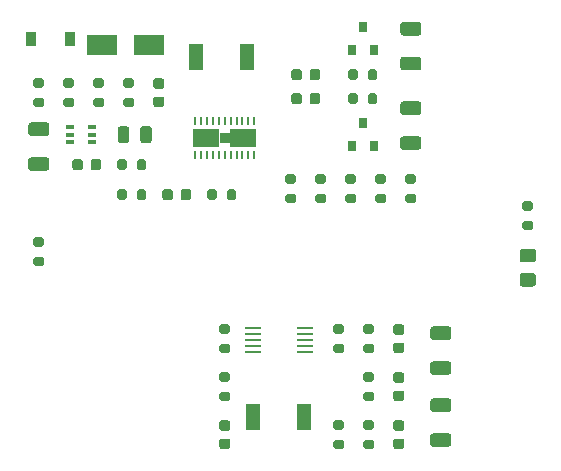
<source format=gtp>
G04 #@! TF.GenerationSoftware,KiCad,Pcbnew,(5.1.10)-1*
G04 #@! TF.CreationDate,2021-11-05T15:58:08+01:00*
G04 #@! TF.ProjectId,pcb-esp32-power,7063622d-6573-4703-9332-2d706f776572,rev?*
G04 #@! TF.SameCoordinates,Original*
G04 #@! TF.FileFunction,Paste,Top*
G04 #@! TF.FilePolarity,Positive*
%FSLAX46Y46*%
G04 Gerber Fmt 4.6, Leading zero omitted, Abs format (unit mm)*
G04 Created by KiCad (PCBNEW (5.1.10)-1) date 2021-11-05 15:58:08*
%MOMM*%
%LPD*%
G01*
G04 APERTURE LIST*
%ADD10R,1.397000X0.279400*%
%ADD11R,0.900000X1.200000*%
%ADD12R,0.250000X0.700000*%
%ADD13R,2.225000X1.650000*%
%ADD14R,0.865000X0.889000*%
%ADD15R,0.650000X0.400000*%
%ADD16R,0.800000X0.900000*%
%ADD17R,2.500000X1.800000*%
%ADD18R,1.200000X2.300000*%
G04 APERTURE END LIST*
D10*
X158140400Y-115458240D03*
X158140400Y-115958619D03*
X158140400Y-116459000D03*
X158140400Y-116959381D03*
X158140400Y-117459760D03*
X153771600Y-117459760D03*
X153771600Y-116959381D03*
X153771600Y-116459000D03*
X153771600Y-115958619D03*
X153771600Y-115458240D03*
G36*
G01*
X177488001Y-111922000D02*
X176587999Y-111922000D01*
G75*
G02*
X176338000Y-111672001I0J249999D01*
G01*
X176338000Y-111021999D01*
G75*
G02*
X176587999Y-110772000I249999J0D01*
G01*
X177488001Y-110772000D01*
G75*
G02*
X177738000Y-111021999I0J-249999D01*
G01*
X177738000Y-111672001D01*
G75*
G02*
X177488001Y-111922000I-249999J0D01*
G01*
G37*
G36*
G01*
X177488001Y-109872000D02*
X176587999Y-109872000D01*
G75*
G02*
X176338000Y-109622001I0J249999D01*
G01*
X176338000Y-108971999D01*
G75*
G02*
X176587999Y-108722000I249999J0D01*
G01*
X177488001Y-108722000D01*
G75*
G02*
X177738000Y-108971999I0J-249999D01*
G01*
X177738000Y-109622001D01*
G75*
G02*
X177488001Y-109872000I-249999J0D01*
G01*
G37*
D11*
X135002000Y-90932000D03*
X138302000Y-90932000D03*
D12*
X148884000Y-100764000D03*
X149384000Y-100764000D03*
X149884000Y-100764000D03*
X150384000Y-100764000D03*
X150884000Y-100764000D03*
X151384000Y-100764000D03*
X151884000Y-100764000D03*
X152384000Y-100764000D03*
X152884000Y-100764000D03*
X153384000Y-100764000D03*
X153884000Y-100764000D03*
X153884000Y-97864000D03*
X153384000Y-97864000D03*
X152884000Y-97864000D03*
X152384000Y-97864000D03*
X151884000Y-97864000D03*
X151384000Y-97864000D03*
X150884000Y-97864000D03*
X150384000Y-97864000D03*
X149884000Y-97864000D03*
X149384000Y-97864000D03*
X148884000Y-97864000D03*
D13*
X149834000Y-99314000D03*
D14*
X151384000Y-99314000D03*
D13*
X152934000Y-99314000D03*
D15*
X138242000Y-98410000D03*
X138242000Y-99710000D03*
X140142000Y-99060000D03*
X138242000Y-99060000D03*
X140142000Y-99710000D03*
X140142000Y-98410000D03*
D16*
X162118000Y-91932000D03*
X164018000Y-91932000D03*
X163068000Y-89932000D03*
X163068000Y-98060000D03*
X164018000Y-100060000D03*
X162118000Y-100060000D03*
D17*
X145002000Y-91440000D03*
X141002000Y-91440000D03*
G36*
G01*
X165866000Y-120721000D02*
X166366000Y-120721000D01*
G75*
G02*
X166591000Y-120946000I0J-225000D01*
G01*
X166591000Y-121396000D01*
G75*
G02*
X166366000Y-121621000I-225000J0D01*
G01*
X165866000Y-121621000D01*
G75*
G02*
X165641000Y-121396000I0J225000D01*
G01*
X165641000Y-120946000D01*
G75*
G02*
X165866000Y-120721000I225000J0D01*
G01*
G37*
G36*
G01*
X165866000Y-119171000D02*
X166366000Y-119171000D01*
G75*
G02*
X166591000Y-119396000I0J-225000D01*
G01*
X166591000Y-119846000D01*
G75*
G02*
X166366000Y-120071000I-225000J0D01*
G01*
X165866000Y-120071000D01*
G75*
G02*
X165641000Y-119846000I0J225000D01*
G01*
X165641000Y-119396000D01*
G75*
G02*
X165866000Y-119171000I225000J0D01*
G01*
G37*
G36*
G01*
X151134000Y-123235000D02*
X151634000Y-123235000D01*
G75*
G02*
X151859000Y-123460000I0J-225000D01*
G01*
X151859000Y-123910000D01*
G75*
G02*
X151634000Y-124135000I-225000J0D01*
G01*
X151134000Y-124135000D01*
G75*
G02*
X150909000Y-123910000I0J225000D01*
G01*
X150909000Y-123460000D01*
G75*
G02*
X151134000Y-123235000I225000J0D01*
G01*
G37*
G36*
G01*
X151134000Y-124785000D02*
X151634000Y-124785000D01*
G75*
G02*
X151859000Y-125010000I0J-225000D01*
G01*
X151859000Y-125460000D01*
G75*
G02*
X151634000Y-125685000I-225000J0D01*
G01*
X151134000Y-125685000D01*
G75*
G02*
X150909000Y-125460000I0J225000D01*
G01*
X150909000Y-125010000D01*
G75*
G02*
X151134000Y-124785000I225000J0D01*
G01*
G37*
G36*
G01*
X166366000Y-116007000D02*
X165866000Y-116007000D01*
G75*
G02*
X165641000Y-115782000I0J225000D01*
G01*
X165641000Y-115332000D01*
G75*
G02*
X165866000Y-115107000I225000J0D01*
G01*
X166366000Y-115107000D01*
G75*
G02*
X166591000Y-115332000I0J-225000D01*
G01*
X166591000Y-115782000D01*
G75*
G02*
X166366000Y-116007000I-225000J0D01*
G01*
G37*
G36*
G01*
X166366000Y-117557000D02*
X165866000Y-117557000D01*
G75*
G02*
X165641000Y-117332000I0J225000D01*
G01*
X165641000Y-116882000D01*
G75*
G02*
X165866000Y-116657000I225000J0D01*
G01*
X166366000Y-116657000D01*
G75*
G02*
X166591000Y-116882000I0J-225000D01*
G01*
X166591000Y-117332000D01*
G75*
G02*
X166366000Y-117557000I-225000J0D01*
G01*
G37*
G36*
G01*
X166366000Y-125685000D02*
X165866000Y-125685000D01*
G75*
G02*
X165641000Y-125460000I0J225000D01*
G01*
X165641000Y-125010000D01*
G75*
G02*
X165866000Y-124785000I225000J0D01*
G01*
X166366000Y-124785000D01*
G75*
G02*
X166591000Y-125010000I0J-225000D01*
G01*
X166591000Y-125460000D01*
G75*
G02*
X166366000Y-125685000I-225000J0D01*
G01*
G37*
G36*
G01*
X166366000Y-124135000D02*
X165866000Y-124135000D01*
G75*
G02*
X165641000Y-123910000I0J225000D01*
G01*
X165641000Y-123460000D01*
G75*
G02*
X165866000Y-123235000I225000J0D01*
G01*
X166366000Y-123235000D01*
G75*
G02*
X166591000Y-123460000I0J-225000D01*
G01*
X166591000Y-123910000D01*
G75*
G02*
X166366000Y-124135000I-225000J0D01*
G01*
G37*
G36*
G01*
X148545000Y-103890000D02*
X148545000Y-104390000D01*
G75*
G02*
X148320000Y-104615000I-225000J0D01*
G01*
X147870000Y-104615000D01*
G75*
G02*
X147645000Y-104390000I0J225000D01*
G01*
X147645000Y-103890000D01*
G75*
G02*
X147870000Y-103665000I225000J0D01*
G01*
X148320000Y-103665000D01*
G75*
G02*
X148545000Y-103890000I0J-225000D01*
G01*
G37*
G36*
G01*
X146995000Y-103890000D02*
X146995000Y-104390000D01*
G75*
G02*
X146770000Y-104615000I-225000J0D01*
G01*
X146320000Y-104615000D01*
G75*
G02*
X146095000Y-104390000I0J225000D01*
G01*
X146095000Y-103890000D01*
G75*
G02*
X146320000Y-103665000I225000J0D01*
G01*
X146770000Y-103665000D01*
G75*
G02*
X146995000Y-103890000I0J-225000D01*
G01*
G37*
G36*
G01*
X134985999Y-100976000D02*
X136286001Y-100976000D01*
G75*
G02*
X136536000Y-101225999I0J-249999D01*
G01*
X136536000Y-101876001D01*
G75*
G02*
X136286001Y-102126000I-249999J0D01*
G01*
X134985999Y-102126000D01*
G75*
G02*
X134736000Y-101876001I0J249999D01*
G01*
X134736000Y-101225999D01*
G75*
G02*
X134985999Y-100976000I249999J0D01*
G01*
G37*
G36*
G01*
X134985999Y-98026000D02*
X136286001Y-98026000D01*
G75*
G02*
X136536000Y-98275999I0J-249999D01*
G01*
X136536000Y-98926001D01*
G75*
G02*
X136286001Y-99176000I-249999J0D01*
G01*
X134985999Y-99176000D01*
G75*
G02*
X134736000Y-98926001I0J249999D01*
G01*
X134736000Y-98275999D01*
G75*
G02*
X134985999Y-98026000I249999J0D01*
G01*
G37*
G36*
G01*
X145214000Y-98585000D02*
X145214000Y-99535000D01*
G75*
G02*
X144964000Y-99785000I-250000J0D01*
G01*
X144464000Y-99785000D01*
G75*
G02*
X144214000Y-99535000I0J250000D01*
G01*
X144214000Y-98585000D01*
G75*
G02*
X144464000Y-98335000I250000J0D01*
G01*
X144964000Y-98335000D01*
G75*
G02*
X145214000Y-98585000I0J-250000D01*
G01*
G37*
G36*
G01*
X143314000Y-98585000D02*
X143314000Y-99535000D01*
G75*
G02*
X143064000Y-99785000I-250000J0D01*
G01*
X142564000Y-99785000D01*
G75*
G02*
X142314000Y-99535000I0J250000D01*
G01*
X142314000Y-98585000D01*
G75*
G02*
X142564000Y-98335000I250000J0D01*
G01*
X143064000Y-98335000D01*
G75*
G02*
X143314000Y-98585000I0J-250000D01*
G01*
G37*
G36*
G01*
X140925000Y-101350000D02*
X140925000Y-101850000D01*
G75*
G02*
X140700000Y-102075000I-225000J0D01*
G01*
X140250000Y-102075000D01*
G75*
G02*
X140025000Y-101850000I0J225000D01*
G01*
X140025000Y-101350000D01*
G75*
G02*
X140250000Y-101125000I225000J0D01*
G01*
X140700000Y-101125000D01*
G75*
G02*
X140925000Y-101350000I0J-225000D01*
G01*
G37*
G36*
G01*
X139375000Y-101350000D02*
X139375000Y-101850000D01*
G75*
G02*
X139150000Y-102075000I-225000J0D01*
G01*
X138700000Y-102075000D01*
G75*
G02*
X138475000Y-101850000I0J225000D01*
G01*
X138475000Y-101350000D01*
G75*
G02*
X138700000Y-101125000I225000J0D01*
G01*
X139150000Y-101125000D01*
G75*
G02*
X139375000Y-101350000I0J-225000D01*
G01*
G37*
G36*
G01*
X157017000Y-96262000D02*
X157017000Y-95762000D01*
G75*
G02*
X157242000Y-95537000I225000J0D01*
G01*
X157692000Y-95537000D01*
G75*
G02*
X157917000Y-95762000I0J-225000D01*
G01*
X157917000Y-96262000D01*
G75*
G02*
X157692000Y-96487000I-225000J0D01*
G01*
X157242000Y-96487000D01*
G75*
G02*
X157017000Y-96262000I0J225000D01*
G01*
G37*
G36*
G01*
X158567000Y-96262000D02*
X158567000Y-95762000D01*
G75*
G02*
X158792000Y-95537000I225000J0D01*
G01*
X159242000Y-95537000D01*
G75*
G02*
X159467000Y-95762000I0J-225000D01*
G01*
X159467000Y-96262000D01*
G75*
G02*
X159242000Y-96487000I-225000J0D01*
G01*
X158792000Y-96487000D01*
G75*
G02*
X158567000Y-96262000I0J225000D01*
G01*
G37*
G36*
G01*
X146046000Y-95179000D02*
X145546000Y-95179000D01*
G75*
G02*
X145321000Y-94954000I0J225000D01*
G01*
X145321000Y-94504000D01*
G75*
G02*
X145546000Y-94279000I225000J0D01*
G01*
X146046000Y-94279000D01*
G75*
G02*
X146271000Y-94504000I0J-225000D01*
G01*
X146271000Y-94954000D01*
G75*
G02*
X146046000Y-95179000I-225000J0D01*
G01*
G37*
G36*
G01*
X146046000Y-96729000D02*
X145546000Y-96729000D01*
G75*
G02*
X145321000Y-96504000I0J225000D01*
G01*
X145321000Y-96054000D01*
G75*
G02*
X145546000Y-95829000I225000J0D01*
G01*
X146046000Y-95829000D01*
G75*
G02*
X146271000Y-96054000I0J-225000D01*
G01*
X146271000Y-96504000D01*
G75*
G02*
X146046000Y-96729000I-225000J0D01*
G01*
G37*
G36*
G01*
X159467000Y-93730000D02*
X159467000Y-94230000D01*
G75*
G02*
X159242000Y-94455000I-225000J0D01*
G01*
X158792000Y-94455000D01*
G75*
G02*
X158567000Y-94230000I0J225000D01*
G01*
X158567000Y-93730000D01*
G75*
G02*
X158792000Y-93505000I225000J0D01*
G01*
X159242000Y-93505000D01*
G75*
G02*
X159467000Y-93730000I0J-225000D01*
G01*
G37*
G36*
G01*
X157917000Y-93730000D02*
X157917000Y-94230000D01*
G75*
G02*
X157692000Y-94455000I-225000J0D01*
G01*
X157242000Y-94455000D01*
G75*
G02*
X157017000Y-94230000I0J225000D01*
G01*
X157017000Y-93730000D01*
G75*
G02*
X157242000Y-93505000I225000J0D01*
G01*
X157692000Y-93505000D01*
G75*
G02*
X157917000Y-93730000I0J-225000D01*
G01*
G37*
G36*
G01*
X167782001Y-93617000D02*
X166481999Y-93617000D01*
G75*
G02*
X166232000Y-93367001I0J249999D01*
G01*
X166232000Y-92716999D01*
G75*
G02*
X166481999Y-92467000I249999J0D01*
G01*
X167782001Y-92467000D01*
G75*
G02*
X168032000Y-92716999I0J-249999D01*
G01*
X168032000Y-93367001D01*
G75*
G02*
X167782001Y-93617000I-249999J0D01*
G01*
G37*
G36*
G01*
X167782001Y-90667000D02*
X166481999Y-90667000D01*
G75*
G02*
X166232000Y-90417001I0J249999D01*
G01*
X166232000Y-89766999D01*
G75*
G02*
X166481999Y-89517000I249999J0D01*
G01*
X167782001Y-89517000D01*
G75*
G02*
X168032000Y-89766999I0J-249999D01*
G01*
X168032000Y-90417001D01*
G75*
G02*
X167782001Y-90667000I-249999J0D01*
G01*
G37*
G36*
G01*
X164317000Y-102407000D02*
X164867000Y-102407000D01*
G75*
G02*
X165067000Y-102607000I0J-200000D01*
G01*
X165067000Y-103007000D01*
G75*
G02*
X164867000Y-103207000I-200000J0D01*
G01*
X164317000Y-103207000D01*
G75*
G02*
X164117000Y-103007000I0J200000D01*
G01*
X164117000Y-102607000D01*
G75*
G02*
X164317000Y-102407000I200000J0D01*
G01*
G37*
G36*
G01*
X164317000Y-104057000D02*
X164867000Y-104057000D01*
G75*
G02*
X165067000Y-104257000I0J-200000D01*
G01*
X165067000Y-104657000D01*
G75*
G02*
X164867000Y-104857000I-200000J0D01*
G01*
X164317000Y-104857000D01*
G75*
G02*
X164117000Y-104657000I0J200000D01*
G01*
X164117000Y-104257000D01*
G75*
G02*
X164317000Y-104057000I200000J0D01*
G01*
G37*
G36*
G01*
X167407000Y-104857000D02*
X166857000Y-104857000D01*
G75*
G02*
X166657000Y-104657000I0J200000D01*
G01*
X166657000Y-104257000D01*
G75*
G02*
X166857000Y-104057000I200000J0D01*
G01*
X167407000Y-104057000D01*
G75*
G02*
X167607000Y-104257000I0J-200000D01*
G01*
X167607000Y-104657000D01*
G75*
G02*
X167407000Y-104857000I-200000J0D01*
G01*
G37*
G36*
G01*
X167407000Y-103207000D02*
X166857000Y-103207000D01*
G75*
G02*
X166657000Y-103007000I0J200000D01*
G01*
X166657000Y-102607000D01*
G75*
G02*
X166857000Y-102407000I200000J0D01*
G01*
X167407000Y-102407000D01*
G75*
G02*
X167607000Y-102607000I0J-200000D01*
G01*
X167607000Y-103007000D01*
G75*
G02*
X167407000Y-103207000I-200000J0D01*
G01*
G37*
G36*
G01*
X159237000Y-102407000D02*
X159787000Y-102407000D01*
G75*
G02*
X159987000Y-102607000I0J-200000D01*
G01*
X159987000Y-103007000D01*
G75*
G02*
X159787000Y-103207000I-200000J0D01*
G01*
X159237000Y-103207000D01*
G75*
G02*
X159037000Y-103007000I0J200000D01*
G01*
X159037000Y-102607000D01*
G75*
G02*
X159237000Y-102407000I200000J0D01*
G01*
G37*
G36*
G01*
X159237000Y-104057000D02*
X159787000Y-104057000D01*
G75*
G02*
X159987000Y-104257000I0J-200000D01*
G01*
X159987000Y-104657000D01*
G75*
G02*
X159787000Y-104857000I-200000J0D01*
G01*
X159237000Y-104857000D01*
G75*
G02*
X159037000Y-104657000I0J200000D01*
G01*
X159037000Y-104257000D01*
G75*
G02*
X159237000Y-104057000I200000J0D01*
G01*
G37*
G36*
G01*
X162327000Y-103207000D02*
X161777000Y-103207000D01*
G75*
G02*
X161577000Y-103007000I0J200000D01*
G01*
X161577000Y-102607000D01*
G75*
G02*
X161777000Y-102407000I200000J0D01*
G01*
X162327000Y-102407000D01*
G75*
G02*
X162527000Y-102607000I0J-200000D01*
G01*
X162527000Y-103007000D01*
G75*
G02*
X162327000Y-103207000I-200000J0D01*
G01*
G37*
G36*
G01*
X162327000Y-104857000D02*
X161777000Y-104857000D01*
G75*
G02*
X161577000Y-104657000I0J200000D01*
G01*
X161577000Y-104257000D01*
G75*
G02*
X161777000Y-104057000I200000J0D01*
G01*
X162327000Y-104057000D01*
G75*
G02*
X162527000Y-104257000I0J-200000D01*
G01*
X162527000Y-104657000D01*
G75*
G02*
X162327000Y-104857000I-200000J0D01*
G01*
G37*
G36*
G01*
X135361000Y-107741000D02*
X135911000Y-107741000D01*
G75*
G02*
X136111000Y-107941000I0J-200000D01*
G01*
X136111000Y-108341000D01*
G75*
G02*
X135911000Y-108541000I-200000J0D01*
G01*
X135361000Y-108541000D01*
G75*
G02*
X135161000Y-108341000I0J200000D01*
G01*
X135161000Y-107941000D01*
G75*
G02*
X135361000Y-107741000I200000J0D01*
G01*
G37*
G36*
G01*
X135361000Y-109391000D02*
X135911000Y-109391000D01*
G75*
G02*
X136111000Y-109591000I0J-200000D01*
G01*
X136111000Y-109991000D01*
G75*
G02*
X135911000Y-110191000I-200000J0D01*
G01*
X135361000Y-110191000D01*
G75*
G02*
X135161000Y-109991000I0J200000D01*
G01*
X135161000Y-109591000D01*
G75*
G02*
X135361000Y-109391000I200000J0D01*
G01*
G37*
G36*
G01*
X163851000Y-119971000D02*
X163301000Y-119971000D01*
G75*
G02*
X163101000Y-119771000I0J200000D01*
G01*
X163101000Y-119371000D01*
G75*
G02*
X163301000Y-119171000I200000J0D01*
G01*
X163851000Y-119171000D01*
G75*
G02*
X164051000Y-119371000I0J-200000D01*
G01*
X164051000Y-119771000D01*
G75*
G02*
X163851000Y-119971000I-200000J0D01*
G01*
G37*
G36*
G01*
X163851000Y-121621000D02*
X163301000Y-121621000D01*
G75*
G02*
X163101000Y-121421000I0J200000D01*
G01*
X163101000Y-121021000D01*
G75*
G02*
X163301000Y-120821000I200000J0D01*
G01*
X163851000Y-120821000D01*
G75*
G02*
X164051000Y-121021000I0J-200000D01*
G01*
X164051000Y-121421000D01*
G75*
G02*
X163851000Y-121621000I-200000J0D01*
G01*
G37*
G36*
G01*
X151109000Y-116757000D02*
X151659000Y-116757000D01*
G75*
G02*
X151859000Y-116957000I0J-200000D01*
G01*
X151859000Y-117357000D01*
G75*
G02*
X151659000Y-117557000I-200000J0D01*
G01*
X151109000Y-117557000D01*
G75*
G02*
X150909000Y-117357000I0J200000D01*
G01*
X150909000Y-116957000D01*
G75*
G02*
X151109000Y-116757000I200000J0D01*
G01*
G37*
G36*
G01*
X151109000Y-115107000D02*
X151659000Y-115107000D01*
G75*
G02*
X151859000Y-115307000I0J-200000D01*
G01*
X151859000Y-115707000D01*
G75*
G02*
X151659000Y-115907000I-200000J0D01*
G01*
X151109000Y-115907000D01*
G75*
G02*
X150909000Y-115707000I0J200000D01*
G01*
X150909000Y-115307000D01*
G75*
G02*
X151109000Y-115107000I200000J0D01*
G01*
G37*
G36*
G01*
X151659000Y-121621000D02*
X151109000Y-121621000D01*
G75*
G02*
X150909000Y-121421000I0J200000D01*
G01*
X150909000Y-121021000D01*
G75*
G02*
X151109000Y-120821000I200000J0D01*
G01*
X151659000Y-120821000D01*
G75*
G02*
X151859000Y-121021000I0J-200000D01*
G01*
X151859000Y-121421000D01*
G75*
G02*
X151659000Y-121621000I-200000J0D01*
G01*
G37*
G36*
G01*
X151659000Y-119971000D02*
X151109000Y-119971000D01*
G75*
G02*
X150909000Y-119771000I0J200000D01*
G01*
X150909000Y-119371000D01*
G75*
G02*
X151109000Y-119171000I200000J0D01*
G01*
X151659000Y-119171000D01*
G75*
G02*
X151859000Y-119371000I0J-200000D01*
G01*
X151859000Y-119771000D01*
G75*
G02*
X151659000Y-119971000I-200000J0D01*
G01*
G37*
G36*
G01*
X160761000Y-116757000D02*
X161311000Y-116757000D01*
G75*
G02*
X161511000Y-116957000I0J-200000D01*
G01*
X161511000Y-117357000D01*
G75*
G02*
X161311000Y-117557000I-200000J0D01*
G01*
X160761000Y-117557000D01*
G75*
G02*
X160561000Y-117357000I0J200000D01*
G01*
X160561000Y-116957000D01*
G75*
G02*
X160761000Y-116757000I200000J0D01*
G01*
G37*
G36*
G01*
X160761000Y-115107000D02*
X161311000Y-115107000D01*
G75*
G02*
X161511000Y-115307000I0J-200000D01*
G01*
X161511000Y-115707000D01*
G75*
G02*
X161311000Y-115907000I-200000J0D01*
G01*
X160761000Y-115907000D01*
G75*
G02*
X160561000Y-115707000I0J200000D01*
G01*
X160561000Y-115307000D01*
G75*
G02*
X160761000Y-115107000I200000J0D01*
G01*
G37*
G36*
G01*
X160761000Y-124885000D02*
X161311000Y-124885000D01*
G75*
G02*
X161511000Y-125085000I0J-200000D01*
G01*
X161511000Y-125485000D01*
G75*
G02*
X161311000Y-125685000I-200000J0D01*
G01*
X160761000Y-125685000D01*
G75*
G02*
X160561000Y-125485000I0J200000D01*
G01*
X160561000Y-125085000D01*
G75*
G02*
X160761000Y-124885000I200000J0D01*
G01*
G37*
G36*
G01*
X160761000Y-123235000D02*
X161311000Y-123235000D01*
G75*
G02*
X161511000Y-123435000I0J-200000D01*
G01*
X161511000Y-123835000D01*
G75*
G02*
X161311000Y-124035000I-200000J0D01*
G01*
X160761000Y-124035000D01*
G75*
G02*
X160561000Y-123835000I0J200000D01*
G01*
X160561000Y-123435000D01*
G75*
G02*
X160761000Y-123235000I200000J0D01*
G01*
G37*
G36*
G01*
X163851000Y-117557000D02*
X163301000Y-117557000D01*
G75*
G02*
X163101000Y-117357000I0J200000D01*
G01*
X163101000Y-116957000D01*
G75*
G02*
X163301000Y-116757000I200000J0D01*
G01*
X163851000Y-116757000D01*
G75*
G02*
X164051000Y-116957000I0J-200000D01*
G01*
X164051000Y-117357000D01*
G75*
G02*
X163851000Y-117557000I-200000J0D01*
G01*
G37*
G36*
G01*
X163851000Y-115907000D02*
X163301000Y-115907000D01*
G75*
G02*
X163101000Y-115707000I0J200000D01*
G01*
X163101000Y-115307000D01*
G75*
G02*
X163301000Y-115107000I200000J0D01*
G01*
X163851000Y-115107000D01*
G75*
G02*
X164051000Y-115307000I0J-200000D01*
G01*
X164051000Y-115707000D01*
G75*
G02*
X163851000Y-115907000I-200000J0D01*
G01*
G37*
G36*
G01*
X163301000Y-124885000D02*
X163851000Y-124885000D01*
G75*
G02*
X164051000Y-125085000I0J-200000D01*
G01*
X164051000Y-125485000D01*
G75*
G02*
X163851000Y-125685000I-200000J0D01*
G01*
X163301000Y-125685000D01*
G75*
G02*
X163101000Y-125485000I0J200000D01*
G01*
X163101000Y-125085000D01*
G75*
G02*
X163301000Y-124885000I200000J0D01*
G01*
G37*
G36*
G01*
X163301000Y-123235000D02*
X163851000Y-123235000D01*
G75*
G02*
X164051000Y-123435000I0J-200000D01*
G01*
X164051000Y-123835000D01*
G75*
G02*
X163851000Y-124035000I-200000J0D01*
G01*
X163301000Y-124035000D01*
G75*
G02*
X163101000Y-123835000I0J200000D01*
G01*
X163101000Y-123435000D01*
G75*
G02*
X163301000Y-123235000I200000J0D01*
G01*
G37*
G36*
G01*
X176763000Y-104693000D02*
X177313000Y-104693000D01*
G75*
G02*
X177513000Y-104893000I0J-200000D01*
G01*
X177513000Y-105293000D01*
G75*
G02*
X177313000Y-105493000I-200000J0D01*
G01*
X176763000Y-105493000D01*
G75*
G02*
X176563000Y-105293000I0J200000D01*
G01*
X176563000Y-104893000D01*
G75*
G02*
X176763000Y-104693000I200000J0D01*
G01*
G37*
G36*
G01*
X176763000Y-106343000D02*
X177313000Y-106343000D01*
G75*
G02*
X177513000Y-106543000I0J-200000D01*
G01*
X177513000Y-106943000D01*
G75*
G02*
X177313000Y-107143000I-200000J0D01*
G01*
X176763000Y-107143000D01*
G75*
G02*
X176563000Y-106943000I0J200000D01*
G01*
X176563000Y-106543000D01*
G75*
G02*
X176763000Y-106343000I200000J0D01*
G01*
G37*
G36*
G01*
X140441000Y-94279000D02*
X140991000Y-94279000D01*
G75*
G02*
X141191000Y-94479000I0J-200000D01*
G01*
X141191000Y-94879000D01*
G75*
G02*
X140991000Y-95079000I-200000J0D01*
G01*
X140441000Y-95079000D01*
G75*
G02*
X140241000Y-94879000I0J200000D01*
G01*
X140241000Y-94479000D01*
G75*
G02*
X140441000Y-94279000I200000J0D01*
G01*
G37*
G36*
G01*
X140441000Y-95929000D02*
X140991000Y-95929000D01*
G75*
G02*
X141191000Y-96129000I0J-200000D01*
G01*
X141191000Y-96529000D01*
G75*
G02*
X140991000Y-96729000I-200000J0D01*
G01*
X140441000Y-96729000D01*
G75*
G02*
X140241000Y-96529000I0J200000D01*
G01*
X140241000Y-96129000D01*
G75*
G02*
X140441000Y-95929000I200000J0D01*
G01*
G37*
G36*
G01*
X137901000Y-95929000D02*
X138451000Y-95929000D01*
G75*
G02*
X138651000Y-96129000I0J-200000D01*
G01*
X138651000Y-96529000D01*
G75*
G02*
X138451000Y-96729000I-200000J0D01*
G01*
X137901000Y-96729000D01*
G75*
G02*
X137701000Y-96529000I0J200000D01*
G01*
X137701000Y-96129000D01*
G75*
G02*
X137901000Y-95929000I200000J0D01*
G01*
G37*
G36*
G01*
X137901000Y-94279000D02*
X138451000Y-94279000D01*
G75*
G02*
X138651000Y-94479000I0J-200000D01*
G01*
X138651000Y-94879000D01*
G75*
G02*
X138451000Y-95079000I-200000J0D01*
G01*
X137901000Y-95079000D01*
G75*
G02*
X137701000Y-94879000I0J200000D01*
G01*
X137701000Y-94479000D01*
G75*
G02*
X137901000Y-94279000I200000J0D01*
G01*
G37*
G36*
G01*
X135361000Y-94279000D02*
X135911000Y-94279000D01*
G75*
G02*
X136111000Y-94479000I0J-200000D01*
G01*
X136111000Y-94879000D01*
G75*
G02*
X135911000Y-95079000I-200000J0D01*
G01*
X135361000Y-95079000D01*
G75*
G02*
X135161000Y-94879000I0J200000D01*
G01*
X135161000Y-94479000D01*
G75*
G02*
X135361000Y-94279000I200000J0D01*
G01*
G37*
G36*
G01*
X135361000Y-95929000D02*
X135911000Y-95929000D01*
G75*
G02*
X136111000Y-96129000I0J-200000D01*
G01*
X136111000Y-96529000D01*
G75*
G02*
X135911000Y-96729000I-200000J0D01*
G01*
X135361000Y-96729000D01*
G75*
G02*
X135161000Y-96529000I0J200000D01*
G01*
X135161000Y-96129000D01*
G75*
G02*
X135361000Y-95929000I200000J0D01*
G01*
G37*
G36*
G01*
X142981000Y-95929000D02*
X143531000Y-95929000D01*
G75*
G02*
X143731000Y-96129000I0J-200000D01*
G01*
X143731000Y-96529000D01*
G75*
G02*
X143531000Y-96729000I-200000J0D01*
G01*
X142981000Y-96729000D01*
G75*
G02*
X142781000Y-96529000I0J200000D01*
G01*
X142781000Y-96129000D01*
G75*
G02*
X142981000Y-95929000I200000J0D01*
G01*
G37*
G36*
G01*
X142981000Y-94279000D02*
X143531000Y-94279000D01*
G75*
G02*
X143731000Y-94479000I0J-200000D01*
G01*
X143731000Y-94879000D01*
G75*
G02*
X143531000Y-95079000I-200000J0D01*
G01*
X142981000Y-95079000D01*
G75*
G02*
X142781000Y-94879000I0J200000D01*
G01*
X142781000Y-94479000D01*
G75*
G02*
X142981000Y-94279000I200000J0D01*
G01*
G37*
G36*
G01*
X143085000Y-103865000D02*
X143085000Y-104415000D01*
G75*
G02*
X142885000Y-104615000I-200000J0D01*
G01*
X142485000Y-104615000D01*
G75*
G02*
X142285000Y-104415000I0J200000D01*
G01*
X142285000Y-103865000D01*
G75*
G02*
X142485000Y-103665000I200000J0D01*
G01*
X142885000Y-103665000D01*
G75*
G02*
X143085000Y-103865000I0J-200000D01*
G01*
G37*
G36*
G01*
X144735000Y-103865000D02*
X144735000Y-104415000D01*
G75*
G02*
X144535000Y-104615000I-200000J0D01*
G01*
X144135000Y-104615000D01*
G75*
G02*
X143935000Y-104415000I0J200000D01*
G01*
X143935000Y-103865000D01*
G75*
G02*
X144135000Y-103665000I200000J0D01*
G01*
X144535000Y-103665000D01*
G75*
G02*
X144735000Y-103865000I0J-200000D01*
G01*
G37*
G36*
G01*
X157247000Y-103207000D02*
X156697000Y-103207000D01*
G75*
G02*
X156497000Y-103007000I0J200000D01*
G01*
X156497000Y-102607000D01*
G75*
G02*
X156697000Y-102407000I200000J0D01*
G01*
X157247000Y-102407000D01*
G75*
G02*
X157447000Y-102607000I0J-200000D01*
G01*
X157447000Y-103007000D01*
G75*
G02*
X157247000Y-103207000I-200000J0D01*
G01*
G37*
G36*
G01*
X157247000Y-104857000D02*
X156697000Y-104857000D01*
G75*
G02*
X156497000Y-104657000I0J200000D01*
G01*
X156497000Y-104257000D01*
G75*
G02*
X156697000Y-104057000I200000J0D01*
G01*
X157247000Y-104057000D01*
G75*
G02*
X157447000Y-104257000I0J-200000D01*
G01*
X157447000Y-104657000D01*
G75*
G02*
X157247000Y-104857000I-200000J0D01*
G01*
G37*
G36*
G01*
X144735000Y-101325000D02*
X144735000Y-101875000D01*
G75*
G02*
X144535000Y-102075000I-200000J0D01*
G01*
X144135000Y-102075000D01*
G75*
G02*
X143935000Y-101875000I0J200000D01*
G01*
X143935000Y-101325000D01*
G75*
G02*
X144135000Y-101125000I200000J0D01*
G01*
X144535000Y-101125000D01*
G75*
G02*
X144735000Y-101325000I0J-200000D01*
G01*
G37*
G36*
G01*
X143085000Y-101325000D02*
X143085000Y-101875000D01*
G75*
G02*
X142885000Y-102075000I-200000J0D01*
G01*
X142485000Y-102075000D01*
G75*
G02*
X142285000Y-101875000I0J200000D01*
G01*
X142285000Y-101325000D01*
G75*
G02*
X142485000Y-101125000I200000J0D01*
G01*
X142885000Y-101125000D01*
G75*
G02*
X143085000Y-101325000I0J-200000D01*
G01*
G37*
G36*
G01*
X150705000Y-103865000D02*
X150705000Y-104415000D01*
G75*
G02*
X150505000Y-104615000I-200000J0D01*
G01*
X150105000Y-104615000D01*
G75*
G02*
X149905000Y-104415000I0J200000D01*
G01*
X149905000Y-103865000D01*
G75*
G02*
X150105000Y-103665000I200000J0D01*
G01*
X150505000Y-103665000D01*
G75*
G02*
X150705000Y-103865000I0J-200000D01*
G01*
G37*
G36*
G01*
X152355000Y-103865000D02*
X152355000Y-104415000D01*
G75*
G02*
X152155000Y-104615000I-200000J0D01*
G01*
X151755000Y-104615000D01*
G75*
G02*
X151555000Y-104415000I0J200000D01*
G01*
X151555000Y-103865000D01*
G75*
G02*
X151755000Y-103665000I200000J0D01*
G01*
X152155000Y-103665000D01*
G75*
G02*
X152355000Y-103865000I0J-200000D01*
G01*
G37*
G36*
G01*
X163493000Y-94255000D02*
X163493000Y-93705000D01*
G75*
G02*
X163693000Y-93505000I200000J0D01*
G01*
X164093000Y-93505000D01*
G75*
G02*
X164293000Y-93705000I0J-200000D01*
G01*
X164293000Y-94255000D01*
G75*
G02*
X164093000Y-94455000I-200000J0D01*
G01*
X163693000Y-94455000D01*
G75*
G02*
X163493000Y-94255000I0J200000D01*
G01*
G37*
G36*
G01*
X161843000Y-94255000D02*
X161843000Y-93705000D01*
G75*
G02*
X162043000Y-93505000I200000J0D01*
G01*
X162443000Y-93505000D01*
G75*
G02*
X162643000Y-93705000I0J-200000D01*
G01*
X162643000Y-94255000D01*
G75*
G02*
X162443000Y-94455000I-200000J0D01*
G01*
X162043000Y-94455000D01*
G75*
G02*
X161843000Y-94255000I0J200000D01*
G01*
G37*
G36*
G01*
X161843000Y-96287000D02*
X161843000Y-95737000D01*
G75*
G02*
X162043000Y-95537000I200000J0D01*
G01*
X162443000Y-95537000D01*
G75*
G02*
X162643000Y-95737000I0J-200000D01*
G01*
X162643000Y-96287000D01*
G75*
G02*
X162443000Y-96487000I-200000J0D01*
G01*
X162043000Y-96487000D01*
G75*
G02*
X161843000Y-96287000I0J200000D01*
G01*
G37*
G36*
G01*
X163493000Y-96287000D02*
X163493000Y-95737000D01*
G75*
G02*
X163693000Y-95537000I200000J0D01*
G01*
X164093000Y-95537000D01*
G75*
G02*
X164293000Y-95737000I0J-200000D01*
G01*
X164293000Y-96287000D01*
G75*
G02*
X164093000Y-96487000I-200000J0D01*
G01*
X163693000Y-96487000D01*
G75*
G02*
X163493000Y-96287000I0J200000D01*
G01*
G37*
G36*
G01*
X166481999Y-96248000D02*
X167782001Y-96248000D01*
G75*
G02*
X168032000Y-96497999I0J-249999D01*
G01*
X168032000Y-97148001D01*
G75*
G02*
X167782001Y-97398000I-249999J0D01*
G01*
X166481999Y-97398000D01*
G75*
G02*
X166232000Y-97148001I0J249999D01*
G01*
X166232000Y-96497999D01*
G75*
G02*
X166481999Y-96248000I249999J0D01*
G01*
G37*
G36*
G01*
X166481999Y-99198000D02*
X167782001Y-99198000D01*
G75*
G02*
X168032000Y-99447999I0J-249999D01*
G01*
X168032000Y-100098001D01*
G75*
G02*
X167782001Y-100348000I-249999J0D01*
G01*
X166481999Y-100348000D01*
G75*
G02*
X166232000Y-100098001I0J249999D01*
G01*
X166232000Y-99447999D01*
G75*
G02*
X166481999Y-99198000I249999J0D01*
G01*
G37*
G36*
G01*
X170322001Y-119398000D02*
X169021999Y-119398000D01*
G75*
G02*
X168772000Y-119148001I0J249999D01*
G01*
X168772000Y-118497999D01*
G75*
G02*
X169021999Y-118248000I249999J0D01*
G01*
X170322001Y-118248000D01*
G75*
G02*
X170572000Y-118497999I0J-249999D01*
G01*
X170572000Y-119148001D01*
G75*
G02*
X170322001Y-119398000I-249999J0D01*
G01*
G37*
G36*
G01*
X170322001Y-116448000D02*
X169021999Y-116448000D01*
G75*
G02*
X168772000Y-116198001I0J249999D01*
G01*
X168772000Y-115547999D01*
G75*
G02*
X169021999Y-115298000I249999J0D01*
G01*
X170322001Y-115298000D01*
G75*
G02*
X170572000Y-115547999I0J-249999D01*
G01*
X170572000Y-116198001D01*
G75*
G02*
X170322001Y-116448000I-249999J0D01*
G01*
G37*
G36*
G01*
X169021999Y-124344000D02*
X170322001Y-124344000D01*
G75*
G02*
X170572000Y-124593999I0J-249999D01*
G01*
X170572000Y-125244001D01*
G75*
G02*
X170322001Y-125494000I-249999J0D01*
G01*
X169021999Y-125494000D01*
G75*
G02*
X168772000Y-125244001I0J249999D01*
G01*
X168772000Y-124593999D01*
G75*
G02*
X169021999Y-124344000I249999J0D01*
G01*
G37*
G36*
G01*
X169021999Y-121394000D02*
X170322001Y-121394000D01*
G75*
G02*
X170572000Y-121643999I0J-249999D01*
G01*
X170572000Y-122294001D01*
G75*
G02*
X170322001Y-122544000I-249999J0D01*
G01*
X169021999Y-122544000D01*
G75*
G02*
X168772000Y-122294001I0J249999D01*
G01*
X168772000Y-121643999D01*
G75*
G02*
X169021999Y-121394000I249999J0D01*
G01*
G37*
D18*
X148985000Y-92456000D03*
X153275000Y-92456000D03*
X158101000Y-122936000D03*
X153811000Y-122936000D03*
M02*

</source>
